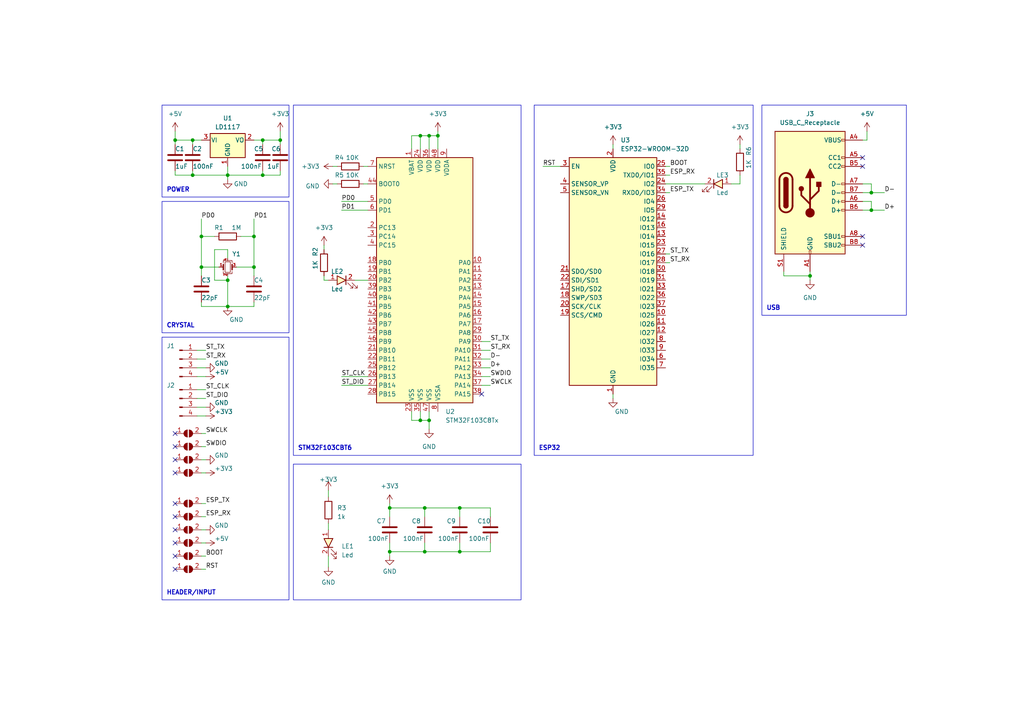
<source format=kicad_sch>
(kicad_sch (version 20230121) (generator eeschema)
  (paper "A4")
  (lib_symbols
    (symbol "Connector:Conn_01x04_Pin" (pin_names (offset 1.016) hide)
      (property "Reference" "J" (at 0 5.08 0))
      (property "Value" "Conn_01x04_Pin" (at 0 -7.62 0))
      (symbol "Conn_01x04_Pin_1_1"
        (polyline (pts (xy 1.27 -5.08) (xy 0.8636 -5.08)) (stroke (width 0.1524)))
        (polyline (pts (xy 1.27 -2.54) (xy 0.8636 -2.54)) (stroke (width 0.1524)))
        (polyline (pts (xy 1.27 0) (xy 0.8636 0)) (stroke (width 0.1524)))
        (polyline (pts (xy 1.27 2.54) (xy 0.8636 2.54)) (stroke (width 0.1524)))
        (rectangle (start 0.8636 -4.953) (end 0 -5.207) (stroke (width 0.1524)) (fill (type outline)))
        (rectangle (start 0.8636 -2.413) (end 0 -2.667) (stroke (width 0.1524)) (fill (type outline)))
        (rectangle (start 0.8636 0.127) (end 0 -0.127) (stroke (width 0.1524)) (fill (type outline)))
        (rectangle (start 0.8636 2.667) (end 0 2.413) (stroke (width 0.1524)) (fill (type outline)))
        (pin passive line (at 5.08 2.54 180) (length 3.81) (name "Pin_1") (number "1"))
        (pin passive line (at 5.08 0 180) (length 3.81) (name "Pin_2") (number "2"))
        (pin passive line (at 5.08 -2.54 180) (length 3.81) (name "Pin_3") (number "3"))
        (pin passive line (at 5.08 -5.08 180) (length 3.81) (name "Pin_4") (number "4"))
      )
    )
    (symbol "Device:C" (pin_numbers hide) (pin_names (offset 0.254))
      (property "Reference" "C" (at 0.635 2.54 0))
      (property "Value" "C" (at 0.635 -2.54 0))
      (symbol "C_0_1"
        (polyline (pts (xy -2.032 -0.762) (xy 2.032 -0.762)) (stroke (width 0.508)))
        (polyline (pts (xy -2.032 0.762) (xy 2.032 0.762)) (stroke (width 0.508)))
      )
      (symbol "C_1_1"
        (pin passive line (at 0 3.81 270) (length 2.794) (name "~") (number "1"))
        (pin passive line (at 0 -3.81 90) (length 2.794) (name "~") (number "2"))
      )
    )
    (symbol "Device:R" (pin_numbers hide) (pin_names (offset 0))
      (property "Reference" "R" (at 2.032 0 90))
      (property "Value" "R" (at 0 0 90))
      (symbol "R_0_1"
        (rectangle (start -1.016 -2.54) (end 1.016 2.54) (stroke (width 0.254)))
      )
      (symbol "R_1_1"
        (pin passive line (at 0 3.81 270) (length 1.27) (name "~") (number "1"))
        (pin passive line (at 0 -3.81 90) (length 1.27) (name "~") (number "2"))
      )
    )
    (symbol "GND_1" (power) (pin_names (offset 0))
      (property "Value" "GND_1" (at 0 -3.81 0))
      (symbol "GND_1_0_1"
        (polyline (pts (xy 0 0) (xy 0 -1.27) (xy 1.27 -1.27) (xy 0 -2.54) (xy -1.27 -1.27) (xy 0 -1.27)))
      )
      (symbol "GND_1_1_1"
        (pin power_in line (at 0 0 270) (length 0) hide (name "GND") (number "1"))
      )
    )
    (symbol "GND_3" (power) (pin_names (offset 0))
      (property "Value" "GND_3" (at 0 -3.81 0))
      (symbol "GND_3_0_1"
        (polyline (pts (xy 0 0) (xy 0 -1.27) (xy 1.27 -1.27) (xy 0 -2.54) (xy -1.27 -1.27) (xy 0 -1.27)))
      )
      (symbol "GND_3_1_1"
        (pin power_in line (at 0 0 270) (length 0) hide (name "GND") (number "1"))
      )
    )
    (symbol "IVS_SYMBOLS:Crystal_GND24_Small" (pin_names (offset 1.016) hide)
      (property "Reference" "Y" (at 1.27 4.445 0))
      (property "Value" "Crystal_GND24_Small" (at 1.27 2.54 0))
      (symbol "Crystal_GND24_Small_0_1"
        (rectangle (start -0.762 -1.524) (end 0.762 1.524))
        (polyline (pts (xy -1.27 -0.762) (xy -1.27 0.762)) (stroke (width 0.381)))
        (polyline (pts (xy 1.27 -0.762) (xy 1.27 0.762)) (stroke (width 0.381)))
        (polyline (pts (xy -1.27 -1.27) (xy -1.27 -1.905) (xy 1.27 -1.905) (xy 1.27 -1.27)))
        (polyline (pts (xy -1.27 1.27) (xy -1.27 1.905) (xy 1.27 1.905) (xy 1.27 1.27)))
      )
      (symbol "Crystal_GND24_Small_1_1"
        (pin passive line (at -2.54 0 0) (length 1.27) (name "1") (number "1"))
        (pin passive line (at 0 -2.54 90) (length 0.635) (name "2") (number "2"))
        (pin passive line (at 2.54 0 180) (length 1.27) (name "3") (number "3"))
        (pin passive line (at 0 2.54 270) (length 0.635) (name "4") (number "4"))
      )
    )
    (symbol "IVS_SYMBOLS:ESP32-WROOM-32D"
      (property "Reference" "U" (at -12.7 34.29 0))
      (property "Value" "ESP32-WROOM-32D" (at 1.27 34.29 0))
      (symbol "ESP32-WROOM-32D_0_1"
        (rectangle (start -12.7 33.02) (end 12.7 -33.02) (stroke (width 0.254)) (fill (type background)))
      )
      (symbol "ESP32-WROOM-32D_1_1"
        (pin power_in line (at 0 -35.56 90) (length 2.54) (name "GND") (number "1"))
        (pin bidirectional line (at 15.24 -12.7 180) (length 2.54) (name "IO25") (number "10"))
        (pin bidirectional line (at 15.24 -15.24 180) (length 2.54) (name "IO26") (number "11"))
        (pin bidirectional line (at 15.24 -17.78 180) (length 2.54) (name "IO27") (number "12"))
        (pin bidirectional line (at 15.24 10.16 180) (length 2.54) (name "IO14") (number "13"))
        (pin bidirectional line (at 15.24 15.24 180) (length 2.54) (name "IO12") (number "14"))
        (pin passive line (at 0 -35.56 90) (length 2.54) hide (name "GND") (number "15"))
        (pin bidirectional line (at 15.24 12.7 180) (length 2.54) (name "IO13") (number "16"))
        (pin bidirectional line (at -15.24 -5.08 0) (length 2.54) (name "SHD/SD2") (number "17"))
        (pin bidirectional line (at -15.24 -7.62 0) (length 2.54) (name "SWP/SD3") (number "18"))
        (pin bidirectional line (at -15.24 -12.7 0) (length 2.54) (name "SCS/CMD") (number "19"))
        (pin power_in line (at 0 35.56 270) (length 2.54) (name "VDD") (number "2"))
        (pin bidirectional line (at -15.24 -10.16 0) (length 2.54) (name "SCK/CLK") (number "20"))
        (pin bidirectional line (at -15.24 0 0) (length 2.54) (name "SDO/SD0") (number "21"))
        (pin bidirectional line (at -15.24 -2.54 0) (length 2.54) (name "SDI/SD1") (number "22"))
        (pin bidirectional line (at 15.24 7.62 180) (length 2.54) (name "IO15") (number "23"))
        (pin bidirectional line (at 15.24 25.4 180) (length 2.54) (name "IO2") (number "24"))
        (pin bidirectional line (at 15.24 30.48 180) (length 2.54) (name "IO0") (number "25"))
        (pin bidirectional line (at 15.24 20.32 180) (length 2.54) (name "IO4") (number "26"))
        (pin bidirectional line (at 15.24 5.08 180) (length 2.54) (name "IO16") (number "27"))
        (pin bidirectional line (at 15.24 2.54 180) (length 2.54) (name "IO17") (number "28"))
        (pin bidirectional line (at 15.24 17.78 180) (length 2.54) (name "IO5") (number "29"))
        (pin input line (at -15.24 30.48 0) (length 2.54) (name "EN") (number "3"))
        (pin bidirectional line (at 15.24 0 180) (length 2.54) (name "IO18") (number "30"))
        (pin bidirectional line (at 15.24 -2.54 180) (length 2.54) (name "IO19") (number "31"))
        (pin no_connect line (at -12.7 -27.94 0) (length 2.54) hide (name "NC") (number "32"))
        (pin bidirectional line (at 15.24 -5.08 180) (length 2.54) (name "IO21") (number "33"))
        (pin bidirectional line (at 15.24 22.86 180) (length 2.54) (name "RXD0/IO3") (number "34"))
        (pin bidirectional line (at 15.24 27.94 180) (length 2.54) (name "TXD0/IO1") (number "35"))
        (pin bidirectional line (at 15.24 -7.62 180) (length 2.54) (name "IO22") (number "36"))
        (pin bidirectional line (at 15.24 -10.16 180) (length 2.54) (name "IO23") (number "37"))
        (pin passive line (at 0 -35.56 90) (length 2.54) hide (name "GND") (number "38"))
        (pin passive line (at 0 -35.56 90) (length 2.54) hide (name "GND") (number "39"))
        (pin input line (at -15.24 25.4 0) (length 2.54) (name "SENSOR_VP") (number "4"))
        (pin input line (at -15.24 22.86 0) (length 2.54) (name "SENSOR_VN") (number "5"))
        (pin input line (at 15.24 -25.4 180) (length 2.54) (name "IO34") (number "6"))
        (pin input line (at 15.24 -27.94 180) (length 2.54) (name "IO35") (number "7"))
        (pin bidirectional line (at 15.24 -20.32 180) (length 2.54) (name "IO32") (number "8"))
        (pin bidirectional line (at 15.24 -22.86 180) (length 2.54) (name "IO33") (number "9"))
      )
    )
    (symbol "IVS_SYMBOLS:LD1117" (pin_names (offset 0.254))
      (property "Reference" "U" (at -3.81 3.175 0))
      (property "Value" "LD1117" (at 0 3.175 0))
      (symbol "LD1117_0_1"
        (rectangle (start -5.08 -5.08) (end 5.08 1.905) (stroke (width 0.254)) (fill (type background)))
      )
      (symbol "LD1117_1_1"
        (pin power_in line (at 0 -7.62 90) (length 2.54) (name "GND") (number "1"))
        (pin power_out line (at 7.62 0 180) (length 2.54) (name "VO") (number "2"))
        (pin power_in line (at -7.62 0 0) (length 2.54) (name "VI") (number "3"))
      )
    )
    (symbol "IVS_SYMBOLS:Led"
      (property "Reference" "LE" (at 0.508 -2.794 0))
      (property "Value" "Led" (at -0.254 2.794 0))
      (symbol "Led_0_1"
        (polyline (pts (xy 0 -1.27) (xy 0 1.27)) (stroke (width 0.254)))
        (polyline (pts (xy 2.54 -1.27) (xy 2.54 1.27) (xy 0 0) (xy 2.54 -1.27)) (stroke (width 0.254)) (fill (type background)))
        (polyline (pts (xy -1.778 -0.762) (xy -3.302 -2.286) (xy -2.54 -2.286) (xy -3.302 -2.286) (xy -3.302 -1.524)))
        (polyline (pts (xy -0.508 -0.762) (xy -2.032 -2.286) (xy -1.27 -2.286) (xy -2.032 -2.286) (xy -2.032 -1.524)))
      )
      (symbol "Led_1_1"
        (pin passive line (at 5.08 0 180) (length 2.54) (name "") (number "1"))
        (pin passive line (at -2.54 0 0) (length 2.54) (name "") (number "2"))
      )
    )
    (symbol "IVS_SYMBOLS:STM32F103C8Tx"
      (property "Reference" "U" (at -15.24 36.83 0))
      (property "Value" "STM32F103C8Tx" (at 7.62 36.83 0))
      (symbol "STM32F103C8Tx_0_1"
        (rectangle (start -15.24 -35.56) (end 12.7 35.56) (stroke (width 0.254)) (fill (type background)))
      )
      (symbol "STM32F103C8Tx_1_1"
        (pin power_in line (at -5.08 38.1 270) (length 2.54) (name "VBAT") (number "1"))
        (pin bidirectional line (at 15.24 5.08 180) (length 2.54) (name "PA0") (number "10"))
        (pin bidirectional line (at 15.24 2.54 180) (length 2.54) (name "PA1") (number "11"))
        (pin bidirectional line (at 15.24 0 180) (length 2.54) (name "PA2") (number "12"))
        (pin bidirectional line (at 15.24 -2.54 180) (length 2.54) (name "PA3") (number "13"))
        (pin bidirectional line (at 15.24 -5.08 180) (length 2.54) (name "PA4") (number "14"))
        (pin bidirectional line (at 15.24 -7.62 180) (length 2.54) (name "PA5") (number "15"))
        (pin bidirectional line (at 15.24 -10.16 180) (length 2.54) (name "PA6") (number "16"))
        (pin bidirectional line (at 15.24 -12.7 180) (length 2.54) (name "PA7") (number "17"))
        (pin bidirectional line (at -17.78 5.08 0) (length 2.54) (name "PB0") (number "18"))
        (pin bidirectional line (at -17.78 2.54 0) (length 2.54) (name "PB1") (number "19"))
        (pin bidirectional line (at -17.78 15.24 0) (length 2.54) (name "PC13") (number "2"))
        (pin bidirectional line (at -17.78 0 0) (length 2.54) (name "PB2") (number "20"))
        (pin bidirectional line (at -17.78 -20.32 0) (length 2.54) (name "PB10") (number "21"))
        (pin bidirectional line (at -17.78 -22.86 0) (length 2.54) (name "PB11") (number "22"))
        (pin power_in line (at -5.08 -38.1 90) (length 2.54) (name "VSS") (number "23"))
        (pin power_in line (at -2.54 38.1 270) (length 2.54) (name "VDD") (number "24"))
        (pin bidirectional line (at -17.78 -25.4 0) (length 2.54) (name "PB12") (number "25"))
        (pin bidirectional line (at -17.78 -27.94 0) (length 2.54) (name "PB13") (number "26"))
        (pin bidirectional line (at -17.78 -30.48 0) (length 2.54) (name "PB14") (number "27"))
        (pin bidirectional line (at -17.78 -33.02 0) (length 2.54) (name "PB15") (number "28"))
        (pin bidirectional line (at 15.24 -15.24 180) (length 2.54) (name "PA8") (number "29"))
        (pin bidirectional line (at -17.78 12.7 0) (length 2.54) (name "PC14") (number "3"))
        (pin bidirectional line (at 15.24 -17.78 180) (length 2.54) (name "PA9") (number "30"))
        (pin bidirectional line (at 15.24 -20.32 180) (length 2.54) (name "PA10") (number "31"))
        (pin bidirectional line (at 15.24 -22.86 180) (length 2.54) (name "PA11") (number "32"))
        (pin bidirectional line (at 15.24 -25.4 180) (length 2.54) (name "PA12") (number "33"))
        (pin bidirectional line (at 15.24 -27.94 180) (length 2.54) (name "PA13") (number "34"))
        (pin power_in line (at -2.54 -38.1 90) (length 2.54) (name "VSS") (number "35"))
        (pin power_in line (at 0 38.1 270) (length 2.54) (name "VDD") (number "36"))
        (pin bidirectional line (at 15.24 -30.48 180) (length 2.54) (name "PA14") (number "37"))
        (pin bidirectional line (at 15.24 -33.02 180) (length 2.54) (name "PA15") (number "38"))
        (pin bidirectional line (at -17.78 -2.54 0) (length 2.54) (name "PB3") (number "39"))
        (pin bidirectional line (at -17.78 10.16 0) (length 2.54) (name "PC15") (number "4"))
        (pin bidirectional line (at -17.78 -5.08 0) (length 2.54) (name "PB4") (number "40"))
        (pin bidirectional line (at -17.78 -7.62 0) (length 2.54) (name "PB5") (number "41"))
        (pin bidirectional line (at -17.78 -10.16 0) (length 2.54) (name "PB6") (number "42"))
        (pin bidirectional line (at -17.78 -12.7 0) (length 2.54) (name "PB7") (number "43"))
        (pin input line (at -17.78 27.94 0) (length 2.54) (name "BOOT0") (number "44"))
        (pin bidirectional line (at -17.78 -15.24 0) (length 2.54) (name "PB8") (number "45"))
        (pin bidirectional line (at -17.78 -17.78 0) (length 2.54) (name "PB9") (number "46"))
        (pin power_in line (at 0 -38.1 90) (length 2.54) (name "VSS") (number "47"))
        (pin power_in line (at 2.54 38.1 270) (length 2.54) (name "VDD") (number "48"))
        (pin input line (at -17.78 22.86 0) (length 2.54) (name "PD0") (number "5"))
        (pin input line (at -17.78 20.32 0) (length 2.54) (name "PD1") (number "6"))
        (pin input line (at -17.78 33.02 0) (length 2.54) (name "NRST") (number "7"))
        (pin power_in line (at 2.54 -38.1 90) (length 2.54) (name "VSSA") (number "8"))
        (pin power_in line (at 5.08 38.1 270) (length 2.54) (name "VDDA") (number "9"))
      )
    )
    (symbol "IVS_SYMBOLS:SolderJumper_2_Open" (pin_names (offset 0) hide)
      (property "Reference" "JP" (at 0 2.032 0))
      (property "Value" "SolderJumper_2_Open" (at 0 -2.54 0))
      (symbol "SolderJumper_2_Open_0_1"
        (arc (start -0.254 1.016) (mid -1.2656 0) (end -0.254 -1.016))
        (arc (start -0.254 1.016) (mid -1.2656 0) (end -0.254 -1.016) (fill (type outline)))
        (polyline (pts (xy -0.254 1.016) (xy -0.254 -1.016)))
        (polyline (pts (xy 0.254 1.016) (xy 0.254 -1.016)))
        (arc (start 0.254 -1.016) (mid 1.2656 0) (end 0.254 1.016))
        (arc (start 0.254 -1.016) (mid 1.2656 0) (end 0.254 1.016) (fill (type outline)))
      )
      (symbol "SolderJumper_2_Open_1_1"
        (pin passive line (at -3.81 0 0) (length 2.54) (name "A") (number "1"))
        (pin passive line (at 3.81 0 180) (length 2.54) (name "B") (number "2"))
      )
    )
    (symbol "IVS_SYMBOLS:USB_C_Receptacle" (pin_names (offset 1.016))
      (property "Reference" "J" (at -21.59 15.24 0))
      (property "Value" "USB_C_Receptacle" (at -12.7 10.16 0))
      (symbol "USB_C_Receptacle_0_0"
        (rectangle (start -0.254 -17.78) (end 0.254 -16.764))
        (rectangle (start 10.16 -14.986) (end 9.144 -15.494))
        (rectangle (start 10.16 -12.446) (end 9.144 -12.954))
        (rectangle (start 10.16 -4.826) (end 9.144 -5.334))
        (rectangle (start 10.16 -2.286) (end 9.144 -2.794))
        (rectangle (start 10.16 0.254) (end 9.144 -0.254))
        (rectangle (start 10.16 2.794) (end 9.144 2.286))
        (rectangle (start 10.16 7.874) (end 9.144 7.366))
        (rectangle (start 10.16 10.414) (end 9.144 9.906))
        (rectangle (start 10.16 15.494) (end 9.144 14.986))
      )
      (symbol "USB_C_Receptacle_0_1"
        (rectangle (start -10.16 17.78) (end 10.16 -17.78) (stroke (width 0.254)) (fill (type background)))
        (arc (start -8.89 -3.81) (mid -6.985 -5.7067) (end -5.08 -3.81) (stroke (width 0.508)))
        (arc (start -7.62 -3.81) (mid -6.985 -4.4423) (end -6.35 -3.81) (stroke (width 0.254)))
        (arc (start -7.62 -3.81) (mid -6.985 -4.4423) (end -6.35 -3.81) (stroke (width 0.254)) (fill (type outline)))
        (rectangle (start -7.62 -3.81) (end -6.35 3.81) (stroke (width 0.254)) (fill (type outline)))
        (arc (start -6.35 3.81) (mid -6.985 4.4423) (end -7.62 3.81) (stroke (width 0.254)))
        (arc (start -6.35 3.81) (mid -6.985 4.4423) (end -7.62 3.81) (stroke (width 0.254)) (fill (type outline)))
        (arc (start -5.08 3.81) (mid -6.985 5.7067) (end -8.89 3.81) (stroke (width 0.508)))
        (circle (center -2.54 1.143) (radius 0.635) (stroke (width 0.254)) (fill (type outline)))
        (circle (center 0 -5.842) (radius 1.27) (fill (type outline)))
        (polyline (pts (xy -8.89 -3.81) (xy -8.89 3.81)) (stroke (width 0.508)))
        (polyline (pts (xy -5.08 3.81) (xy -5.08 -3.81)) (stroke (width 0.508)))
        (polyline (pts (xy 0 -5.842) (xy 0 4.318)) (stroke (width 0.508)))
        (polyline (pts (xy 0 -3.302) (xy -2.54 -0.762) (xy -2.54 0.508)) (stroke (width 0.508)))
        (polyline (pts (xy 0 -2.032) (xy 2.54 0.508) (xy 2.54 1.778)) (stroke (width 0.508)))
        (polyline (pts (xy -1.27 4.318) (xy 0 6.858) (xy 1.27 4.318) (xy -1.27 4.318)) (stroke (width 0.254)) (fill (type outline)))
        (rectangle (start 1.905 1.778) (end 3.175 3.048) (stroke (width 0.254)) (fill (type outline)))
      )
      (symbol "USB_C_Receptacle_1_1"
        (pin passive line (at 0 -22.86 90) (length 5.08) (name "GND") (number "A1"))
        (pin passive line (at 0 -22.86 90) (length 5.08) hide (name "GND") (number "A12"))
        (pin passive line (at 15.24 15.24 180) (length 5.08) (name "VBUS") (number "A4"))
        (pin bidirectional line (at 15.24 10.16 180) (length 5.08) (name "CC1") (number "A5"))
        (pin bidirectional line (at 15.24 -2.54 180) (length 5.08) (name "D+") (number "A6"))
        (pin bidirectional line (at 15.24 2.54 180) (length 5.08) (name "D-") (number "A7"))
        (pin bidirectional line (at 15.24 -12.7 180) (length 5.08) (name "SBU1") (number "A8"))
        (pin passive line (at 15.24 15.24 180) (length 5.08) hide (name "VBUS") (number "A9"))
        (pin passive line (at 0 -22.86 90) (length 5.08) hide (name "GND") (number "B1"))
        (pin passive line (at 0 -22.86 90) (length 5.08) hide (name "GND") (number "B12"))
        (pin passive line (at 15.24 15.24 180) (length 5.08) hide (name "VBUS") (number "B4"))
        (pin bidirectional line (at 15.24 7.62 180) (length 5.08) (name "CC2") (number "B5"))
        (pin bidirectional line (at 15.24 -5.08 180) (length 5.08) (name "D+") (number "B6"))
        (pin bidirectional line (at 15.24 0 180) (length 5.08) (name "D-") (number "B7"))
        (pin bidirectional line (at 15.24 -15.24 180) (length 5.08) (name "SBU2") (number "B8"))
        (pin passive line (at 15.24 15.24 180) (length 5.08) hide (name "VBUS") (number "B9"))
        (pin passive line (at -7.62 -22.86 90) (length 5.08) (name "SHIELD") (number "S1"))
      )
    )
    (symbol "Thu_vien_kicad:C" (pin_numbers hide) (pin_names (offset 0.254))
      (property "Reference" "C" (at 0.635 2.54 0))
      (property "Value" "C" (at 0.635 -2.54 0))
      (symbol "C_0_1"
        (polyline (pts (xy -2.032 -0.762) (xy 2.032 -0.762)) (stroke (width 0.508)))
        (polyline (pts (xy -2.032 0.762) (xy 2.032 0.762)) (stroke (width 0.508)))
      )
      (symbol "C_1_1"
        (pin passive line (at 0 3.81 270) (length 2.794) (name "~") (number "1"))
        (pin passive line (at 0 -3.81 90) (length 2.794) (name "~") (number "2"))
      )
    )
    (symbol "power:+3V3" (power) (pin_names (offset 0))
      (property "Value" "+3V3" (at 0 3.556 0))
      (symbol "+3V3_0_1"
        (polyline (pts (xy -0.762 1.27) (xy 0 2.54)))
        (polyline (pts (xy 0 0) (xy 0 2.54)))
        (polyline (pts (xy 0 2.54) (xy 0.762 1.27)))
      )
      (symbol "+3V3_1_1"
        (pin power_in line (at 0 0 90) (length 0) hide (name "+3V3") (number "1"))
      )
    )
    (symbol "power:+5V" (power) (pin_names (offset 0))
      (property "Value" "+5V" (at 0 3.556 0))
      (symbol "+5V_0_1"
        (polyline (pts (xy -0.762 1.27) (xy 0 2.54)))
        (polyline (pts (xy 0 0) (xy 0 2.54)))
        (polyline (pts (xy 0 2.54) (xy 0.762 1.27)))
      )
      (symbol "+5V_1_1"
        (pin power_in line (at 0 0 90) (length 0) hide (name "+5V") (number "1"))
      )
    )
    (symbol "power:GND" (power) (pin_names (offset 0))
      (property "Value" "GND" (at 0 -3.81 0))
      (symbol "GND_0_1"
        (polyline (pts (xy 0 0) (xy 0 -1.27) (xy 1.27 -1.27) (xy 0 -2.54) (xy -1.27 -1.27) (xy 0 -1.27)))
      )
      (symbol "GND_1_1"
        (pin power_in line (at 0 0 270) (length 0) hide (name "GND") (number "1"))
      )
    )
  )
  (junction (at 55.88 40.64))
  (junction (at 66.04 81.28))
  (junction (at 76.2 50.8))
  (junction (at 124.46 121.92))
  (junction (at 127 39.37))
  (junction (at 121.92 121.92))
  (junction (at 133.35 147.32))
  (junction (at 252.73 55.88))
  (junction (at 81.28 40.64))
  (junction (at 252.73 60.96))
  (junction (at 121.92 39.37))
  (junction (at 124.46 39.37))
  (junction (at 76.2 40.64))
  (junction (at 123.19 147.32))
  (junction (at 55.88 50.8))
  (junction (at 58.42 77.47))
  (junction (at 123.19 160.02))
  (junction (at 73.66 68.58))
  (junction (at 66.04 50.8))
  (junction (at 73.66 77.47))
  (junction (at 113.03 160.02))
  (junction (at 66.04 88.9))
  (junction (at 58.42 68.58))
  (junction (at 113.03 147.32))
  (junction (at 133.35 160.02))
  (junction (at 50.8 40.64))
  (junction (at 234.95 80.01))
  (no_connect (at 50.8 161.29))
  (no_connect (at 50.8 146.05))
  (no_connect (at 50.8 157.48))
  (no_connect (at 50.8 129.54))
  (no_connect (at 50.8 149.86))
  (no_connect (at 50.8 137.16))
  (no_connect (at 50.8 165.1))
  (no_connect (at 50.8 153.67))
  (no_connect (at 250.19 48.26))
  (no_connect (at 250.19 68.58))
  (no_connect (at 139.7 114.3))
  (no_connect (at 50.8 133.35))
  (no_connect (at 50.8 125.73))
  (no_connect (at 250.19 45.72))
  (no_connect (at 250.19 71.12))
  (wire (pts (xy 58.42 146.05) (xy 59.69 146.05)))
  (wire (pts (xy 133.35 157.48) (xy 133.35 160.02)))
  (wire (pts (xy 121.92 121.92) (xy 124.46 121.92)))
  (wire (pts (xy 58.42 153.67) (xy 59.69 153.67)))
  (wire (pts (xy 93.98 81.28) (xy 95.25 81.28)))
  (wire (pts (xy 66.04 81.28) (xy 66.04 88.9)))
  (wire (pts (xy 251.46 40.64) (xy 250.19 40.64)))
  (wire (pts (xy 121.92 43.18) (xy 121.92 39.37)))
  (wire (pts (xy 81.28 50.8) (xy 76.2 50.8)))
  (wire (pts (xy 68.58 77.47) (xy 73.66 77.47)))
  (wire (pts (xy 62.23 72.39) (xy 62.23 81.28)))
  (wire (pts (xy 58.42 80.01) (xy 58.42 77.47)))
  (wire (pts (xy 250.19 58.42) (xy 252.73 58.42)))
  (wire (pts (xy 58.42 40.64) (xy 55.88 40.64)))
  (wire (pts (xy 57.15 120.65) (xy 59.69 120.65)))
  (wire (pts (xy 95.25 161.29) (xy 95.25 164.465)))
  (wire (pts (xy 193.04 55.88) (xy 194.31 55.88)))
  (wire (pts (xy 58.42 77.47) (xy 58.42 68.58)))
  (wire (pts (xy 177.8 41.91) (xy 177.8 43.18)))
  (wire (pts (xy 66.04 48.26) (xy 66.04 50.8)))
  (wire (pts (xy 139.7 101.6) (xy 142.24 101.6)))
  (wire (pts (xy 99.06 109.22) (xy 106.68 109.22)))
  (wire (pts (xy 58.42 165.1) (xy 59.69 165.1)))
  (wire (pts (xy 58.42 63.5) (xy 58.42 68.58)))
  (wire (pts (xy 73.66 77.47) (xy 73.66 68.58)))
  (wire (pts (xy 81.28 40.64) (xy 81.28 38.1)))
  (wire (pts (xy 66.04 72.39) (xy 62.23 72.39)))
  (wire (pts (xy 57.15 106.68) (xy 59.69 106.68)))
  (wire (pts (xy 66.04 50.8) (xy 66.04 52.07)))
  (wire (pts (xy 139.7 106.68) (xy 142.24 106.68)))
  (wire (pts (xy 252.73 58.42) (xy 252.73 60.96)))
  (wire (pts (xy 73.66 87.63) (xy 73.66 88.9)))
  (wire (pts (xy 81.28 40.64) (xy 76.2 40.64)))
  (wire (pts (xy 50.8 49.53) (xy 50.8 50.8)))
  (wire (pts (xy 133.35 160.02) (xy 123.19 160.02)))
  (wire (pts (xy 123.19 147.32) (xy 123.19 149.86)))
  (wire (pts (xy 58.42 129.54) (xy 59.69 129.54)))
  (wire (pts (xy 193.04 76.2) (xy 194.31 76.2)))
  (wire (pts (xy 133.35 147.32) (xy 133.35 149.86)))
  (wire (pts (xy 250.19 53.34) (xy 252.73 53.34)))
  (wire (pts (xy 73.66 63.5) (xy 73.66 68.58)))
  (wire (pts (xy 105.41 53.34) (xy 106.68 53.34)))
  (wire (pts (xy 81.28 41.91) (xy 81.28 40.64)))
  (wire (pts (xy 66.04 74.93) (xy 66.04 72.39)))
  (wire (pts (xy 127 39.37) (xy 127 43.18)))
  (wire (pts (xy 99.06 58.42) (xy 106.68 58.42)))
  (wire (pts (xy 214.63 41.91) (xy 214.63 43.18)))
  (wire (pts (xy 58.42 149.86) (xy 59.69 149.86)))
  (wire (pts (xy 139.7 104.14) (xy 142.24 104.14)))
  (wire (pts (xy 214.63 50.8) (xy 214.63 53.34)))
  (wire (pts (xy 127 38.1) (xy 127 39.37)))
  (wire (pts (xy 76.2 49.53) (xy 76.2 50.8)))
  (wire (pts (xy 142.24 149.86) (xy 142.24 147.32)))
  (wire (pts (xy 124.46 119.38) (xy 124.46 121.92)))
  (wire (pts (xy 121.92 119.38) (xy 121.92 121.92)))
  (wire (pts (xy 252.73 55.88) (xy 256.54 55.88)))
  (wire (pts (xy 57.15 118.11) (xy 59.69 118.11)))
  (wire (pts (xy 93.98 80.01) (xy 93.98 81.28)))
  (wire (pts (xy 227.33 80.01) (xy 234.95 80.01)))
  (wire (pts (xy 139.7 111.76) (xy 142.24 111.76)))
  (wire (pts (xy 119.38 43.18) (xy 119.38 39.37)))
  (wire (pts (xy 119.38 121.92) (xy 121.92 121.92)))
  (wire (pts (xy 252.73 60.96) (xy 256.54 60.96)))
  (wire (pts (xy 119.38 39.37) (xy 121.92 39.37)))
  (wire (pts (xy 177.8 114.3) (xy 177.8 115.57)))
  (wire (pts (xy 227.33 78.74) (xy 227.33 80.01)))
  (wire (pts (xy 102.87 81.28) (xy 106.68 81.28)))
  (wire (pts (xy 73.66 40.64) (xy 76.2 40.64)))
  (wire (pts (xy 193.04 50.8) (xy 194.31 50.8)))
  (wire (pts (xy 62.23 68.58) (xy 58.42 68.58)))
  (wire (pts (xy 95.25 151.765) (xy 95.25 153.67)))
  (wire (pts (xy 99.06 111.76) (xy 106.68 111.76)))
  (wire (pts (xy 139.7 109.22) (xy 142.24 109.22)))
  (wire (pts (xy 57.15 104.14) (xy 59.69 104.14)))
  (wire (pts (xy 57.15 101.6) (xy 59.69 101.6)))
  (wire (pts (xy 50.8 40.64) (xy 50.8 38.1)))
  (wire (pts (xy 96.52 53.34) (xy 97.79 53.34)))
  (wire (pts (xy 73.66 88.9) (xy 66.04 88.9)))
  (wire (pts (xy 193.04 73.66) (xy 194.31 73.66)))
  (wire (pts (xy 123.19 157.48) (xy 123.19 160.02)))
  (wire (pts (xy 123.19 147.32) (xy 113.03 147.32)))
  (wire (pts (xy 66.04 80.01) (xy 66.04 81.28)))
  (wire (pts (xy 105.41 48.26) (xy 106.68 48.26)))
  (wire (pts (xy 76.2 50.8) (xy 66.04 50.8)))
  (wire (pts (xy 57.15 115.57) (xy 59.69 115.57)))
  (wire (pts (xy 123.19 160.02) (xy 113.03 160.02)))
  (wire (pts (xy 142.24 157.48) (xy 142.24 160.02)))
  (wire (pts (xy 93.98 71.12) (xy 93.98 72.39)))
  (wire (pts (xy 50.8 50.8) (xy 55.88 50.8)))
  (wire (pts (xy 252.73 60.96) (xy 250.19 60.96)))
  (wire (pts (xy 193.04 53.34) (xy 204.47 53.34)))
  (wire (pts (xy 234.95 80.01) (xy 234.95 81.28)))
  (wire (pts (xy 55.88 49.53) (xy 55.88 50.8)))
  (wire (pts (xy 142.24 147.32) (xy 133.35 147.32)))
  (wire (pts (xy 113.03 146.05) (xy 113.03 147.32)))
  (wire (pts (xy 73.66 80.01) (xy 73.66 77.47)))
  (wire (pts (xy 113.03 160.02) (xy 113.03 161.29)))
  (wire (pts (xy 63.5 77.47) (xy 58.42 77.47)))
  (wire (pts (xy 96.52 48.26) (xy 97.79 48.26)))
  (wire (pts (xy 57.15 109.22) (xy 59.69 109.22)))
  (wire (pts (xy 121.92 39.37) (xy 124.46 39.37)))
  (wire (pts (xy 157.48 48.26) (xy 162.56 48.26)))
  (wire (pts (xy 251.46 38.1) (xy 251.46 40.64)))
  (wire (pts (xy 55.88 40.64) (xy 55.88 41.91)))
  (wire (pts (xy 58.42 133.35) (xy 59.69 133.35)))
  (wire (pts (xy 76.2 40.64) (xy 76.2 41.91)))
  (wire (pts (xy 62.23 81.28) (xy 66.04 81.28)))
  (wire (pts (xy 58.42 87.63) (xy 58.42 88.9)))
  (wire (pts (xy 58.42 157.48) (xy 59.69 157.48)))
  (wire (pts (xy 50.8 40.64) (xy 55.88 40.64)))
  (wire (pts (xy 50.8 41.91) (xy 50.8 40.64)))
  (wire (pts (xy 113.03 157.48) (xy 113.03 160.02)))
  (wire (pts (xy 234.95 78.74) (xy 234.95 80.01)))
  (wire (pts (xy 58.42 161.29) (xy 59.69 161.29)))
  (wire (pts (xy 124.46 121.92) (xy 124.46 124.46)))
  (wire (pts (xy 119.38 119.38) (xy 119.38 121.92)))
  (wire (pts (xy 95.25 142.24) (xy 95.25 144.145)))
  (wire (pts (xy 193.04 48.26) (xy 194.31 48.26)))
  (wire (pts (xy 252.73 53.34) (xy 252.73 55.88)))
  (wire (pts (xy 124.46 39.37) (xy 124.46 43.18)))
  (wire (pts (xy 139.7 99.06) (xy 142.24 99.06)))
  (wire (pts (xy 69.85 68.58) (xy 73.66 68.58)))
  (wire (pts (xy 113.03 147.32) (xy 113.03 149.86)))
  (wire (pts (xy 58.42 88.9) (xy 66.04 88.9)))
  (wire (pts (xy 142.24 160.02) (xy 133.35 160.02)))
  (wire (pts (xy 214.63 53.34) (xy 212.09 53.34)))
  (wire (pts (xy 252.73 55.88) (xy 250.19 55.88)))
  (wire (pts (xy 99.06 60.96) (xy 106.68 60.96)))
  (wire (pts (xy 58.42 125.73) (xy 59.69 125.73)))
  (wire (pts (xy 133.35 147.32) (xy 123.19 147.32)))
  (wire (pts (xy 81.28 49.53) (xy 81.28 50.8)))
  (wire (pts (xy 124.46 39.37) (xy 127 39.37)))
  (wire (pts (xy 58.42 137.16) (xy 59.69 137.16)))
  (wire (pts (xy 57.15 113.03) (xy 59.69 113.03)))
  (wire (pts (xy 55.88 50.8) (xy 66.04 50.8)))
  (rectangle (start 220.98 30.48) (end 262.89 91.44))
  (rectangle (start 154.94 30.48) (end 218.44 132.08))
  (rectangle (start 85.09 30.48) (end 151.13 132.08))
  (rectangle (start 85.09 134.62) (end 151.13 173.99))
  (rectangle (start 46.99 97.79) (end 83.82 173.99))
  (rectangle (start 46.99 58.42) (end 83.82 96.52))
  (rectangle (start 46.99 30.48) (end 83.82 57.15))
  (text "HEADER/INPUT" (at 48.26 172.72 0) (effects (font (size 1.27 1.27) (thickness 0.254) bold) (justify left bottom)))
  (text "ESP32" (at 156.21 130.81 0) (effects (font (size 1.27 1.27) bold) (justify left bottom)))
  (text "CRYSTAL" (at 48.26 95.25 0) (effects (font (size 1.27 1.27) (thickness 0.254) bold) (justify left bottom)))
  (text "POWER" (at 48.26 55.88 0) (effects (font (size 1.27 1.27) (thickness 0.254) bold) (justify left bottom)))
  (text "USB" (at 222.25 90.17 0) (effects (font (size 1.27 1.27) (thickness 0.254) bold) (justify left bottom)))
  (text "STM32F103CBT6" (at 86.36 130.81 0) (effects (font (size 1.27 1.27) (thickness 0.254) bold) (justify left bottom)))
  (label "SWCLK" (at 142.24 111.76 0))
  (label "D-" (at 142.24 104.14 0))
  (label "ESP_TX" (at 194.31 55.88 0))
  (label "ST_CLK" (at 59.69 113.03 0))
  (label "ST_DIO" (at 99.06 111.76 0))
  (label "D+" (at 256.54 60.96 0))
  (label "D-" (at 256.54 55.88 0))
  (label "ST_RX" (at 194.31 76.2 0))
  (label "RST" (at 157.48 48.26 0))
  (label "ST_TX" (at 59.69 101.6 0))
  (label "ST_TX" (at 142.24 99.06 0))
  (label "ESP_TX" (at 59.69 146.05 0))
  (label "PD1" (at 99.06 60.96 0))
  (label "SWDIO" (at 142.24 109.22 0))
  (label "ST_RX" (at 142.24 101.6 0))
  (label "D+" (at 142.24 106.68 0))
  (label "SWDIO" (at 59.69 129.54 0))
  (label "PD0" (at 58.42 63.5 0))
  (label "ST_TX" (at 194.31 73.66 0))
  (label "ESP_RX" (at 59.69 149.86 0))
  (label "ST_RX" (at 59.69 104.14 0))
  (label "ESP_RX" (at 194.31 50.8 0))
  (label "BOOT" (at 194.31 48.26 0))
  (label "RST" (at 59.69 165.1 0))
  (label "SWCLK" (at 59.69 125.73 0))
  (label "PD0" (at 99.06 58.42 0))
  (label "PD1" (at 73.66 63.5 0))
  (label "ST_CLK" (at 99.06 109.22 0))
  (label "ST_DIO" (at 59.69 115.57 0))
  (label "BOOT" (at 59.69 161.29 0))
  (symbol (lib_id "power:+3V3") (at 177.8 41.91 0) (unit 1)
    (property "Reference" "#PWR022" (effects hide))
    (property "Value" "+3V3" (at 177.8 36.83 0))
  )
  (symbol (lib_id "IVS_SYMBOLS:ESP32-WROOM-32D") (at 177.8 78.74 0) (unit 1)
    (property "Reference" "U3" (at 179.9941 40.64 0) (effects (justify left)))
    (property "Value" "ESP32-WROOM-32D" (at 179.9941 43.18 0) (effects (justify left)))
    (property "Footprint" "RF_Module:ESP32-WROOM-32" (effects hide))
    (property "Datasheet" "https://www.espressif.com/sites/default/files/documentation/esp32-wroom-32d_esp32-wroom-32u_datasheet_en.pdf" (effects hide))
  )
  (symbol (lib_id "IVS_SYMBOLS:SolderJumper_2_Open") (at 54.61 146.05 0) (unit 1)
    (property "Reference" "JP5" (effects hide))
    (property "Value" "SolderJumper_2_Open" (effects hide))
  )
  (symbol (lib_id "Connector:Conn_01x04_Pin") (at 52.07 104.14 0) (unit 1)
    (property "Reference" "J1" (at 49.53 100.33 0))
    (property "Value" "Conn_01x04_Pin" (effects hide))
  )
  (symbol (lib_id "IVS_SYMBOLS:Led") (at 100.33 81.28 0) (mirror y) (unit 1)
    (property "Reference" "LE2" (at 97.79 78.74 0))
    (property "Value" "Led" (at 97.79 83.82 0))
    (property "Footprint" "IVS_FOOTPRINTS:LED_0603" (effects hide))
  )
  (symbol (lib_id "power:+3V3") (at 127 38.1 0) (unit 1)
    (property "Reference" "#PWR021" (effects hide))
    (property "Value" "+3V3" (at 127 33.02 0))
  )
  (symbol (lib_id "power:+5V") (at 50.8 38.1 0) (unit 1)
    (property "Reference" "#PWR01" (effects hide))
    (property "Value" "+5V" (at 50.8 33.02 0))
  )
  (symbol (lib_id "Thu_vien_kicad:C") (at 123.19 153.67 0) (mirror x) (unit 1)
    (property "Reference" "C8" (at 119.38 151.13 0) (effects (justify left)))
    (property "Value" "100nF" (at 116.84 156.21 0) (effects (justify left)))
    (property "Footprint" "IVS_FOOTPRINTS:C_0603" (effects hide))
  )
  (symbol (lib_id "power:GND") (at 59.69 118.11 90) (unit 1)
    (property "Reference" "#PWR04" (effects hide))
    (property "Value" "GND" (at 62.23 116.84 90) (effects (justify right)))
  )
  (symbol (lib_id "power:GND") (at 66.04 52.07 0) (unit 1)
    (property "Reference" "#PWR010" (effects hide))
    (property "Value" "GND" (at 69.85 53.34 0))
  )
  (symbol (lib_id "power:+3V3") (at 59.69 120.65 270) (unit 1)
    (property "Reference" "#PWR05" (effects hide))
    (property "Value" "+3V3" (at 62.23 119.38 90) (effects (justify left)))
  )
  (symbol (lib_id "power:GND") (at 234.95 81.28 0) (unit 1)
    (property "Reference" "#PWR025" (effects hide))
    (property "Value" "GND" (at 234.95 86.36 0))
  )
  (symbol (lib_id "Device:C") (at 58.42 83.82 0) (unit 1)
    (property "Reference" "C3" (at 58.42 81.28 0) (effects (justify left)))
    (property "Value" "22pF" (at 58.42 86.36 0) (effects (justify left)))
    (property "Footprint" "IVS_FOOTPRINTS:C_0603" (effects hide))
  )
  (symbol (lib_id "Connector:Conn_01x04_Pin") (at 52.07 115.57 0) (unit 1)
    (property "Reference" "J2" (at 49.53 111.76 0))
    (property "Value" "Conn_01x04_Pin" (effects hide))
  )
  (symbol (lib_id "IVS_SYMBOLS:STM32F103C8Tx") (at 124.46 81.28 0) (unit 1)
    (property "Reference" "U2" (at 129.1941 119.38 0) (effects (justify left)))
    (property "Value" "STM32F103C8Tx" (at 129.1941 121.92 0) (effects (justify left)))
    (property "Footprint" "Package_QFP:LQFP-48_7x7mm_P0.5mm" (effects hide))
    (property "Datasheet" "http://www.st.com/st-web-ui/static/active/en/resource/technical/document/datasheet/CD00161566.pdf" (effects hide))
  )
  (symbol (lib_id "power:+3V3") (at 81.28 38.1 0) (unit 1)
    (property "Reference" "#PWR012" (effects hide))
    (property "Value" "+3V3" (at 81.28 33.02 0))
  )
  (symbol (lib_id "Thu_vien_kicad:C") (at 133.35 153.67 0) (mirror x) (unit 1)
    (property "Reference" "C9" (at 129.54 151.13 0) (effects (justify left)))
    (property "Value" "100nF" (at 127 156.21 0) (effects (justify left)))
    (property "Footprint" "IVS_FOOTPRINTS:C_0603" (effects hide))
  )
  (symbol (lib_id "IVS_SYMBOLS:Crystal_GND24_Small") (at 66.04 77.47 0) (unit 1)
    (property "Reference" "Y1" (at 68.58 73.66 0))
    (property "Value" "Crystal_GND24_Small" (effects hide))
    (property "Footprint" "IVS_FOOTPRINTS:Crystal-SMD-4P-5.0x3.2mm-5032" (effects hide))
  )
  (symbol (lib_id "IVS_SYMBOLS:USB_C_Receptacle") (at 234.95 55.88 0) (unit 1)
    (property "Reference" "J3" (at 234.95 33.02 0))
    (property "Value" "USB_C_Receptacle" (at 234.95 35.56 0))
    (property "Footprint" "IVS_FOOTPRINTS:USB_C_Receptacle_XKB_U262-16XN-4BVC11" (effects hide))
    (property "Datasheet" "https://www.usb.org/sites/default/files/documents/usb_type-c.zip" (effects hide))
  )
  (symbol (lib_id "power:+3V3") (at 113.03 146.05 0) (mirror y) (unit 1)
    (property "Reference" "#PWR018" (effects hide))
    (property "Value" "+3V3" (at 113.03 140.97 0))
  )
  (symbol (lib_id "Device:R") (at 101.6 53.34 90) (unit 1)
    (property "Reference" "R5" (at 98.425 50.8 90))
    (property "Value" "10K" (at 102.235 50.8 90))
    (property "Footprint" "IVS_FOOTPRINTS:R_0603" (effects hide))
  )
  (symbol (lib_id "IVS_SYMBOLS:SolderJumper_2_Open") (at 54.61 133.35 0) (unit 1)
    (property "Reference" "JP3" (effects hide))
    (property "Value" "SolderJumper_2_Open" (effects hide))
  )
  (symbol (lib_id "power:GND") (at 59.69 153.67 90) (unit 1)
    (property "Reference" "#PWR08" (effects hide))
    (property "Value" "GND" (at 62.23 152.4 90) (effects (justify right)))
  )
  (symbol (lib_id "IVS_SYMBOLS:Led") (at 207.01 53.34 0) (unit 1)
    (property "Reference" "LE3" (at 209.55 50.8 0))
    (property "Value" "Led" (at 209.55 55.88 0))
    (property "Footprint" "IVS_FOOTPRINTS:LED_0603" (effects hide))
  )
  (symbol (lib_id "Device:R") (at 66.04 68.58 90) (unit 1)
    (property "Reference" "R1" (at 63.5 66.04 90))
    (property "Value" "1M" (at 68.58 66.04 90))
    (property "Footprint" "IVS_FOOTPRINTS:R_0603" (effects hide))
  )
  (symbol (lib_id "power:+5V") (at 59.69 109.22 270) (unit 1)
    (property "Reference" "#PWR03" (effects hide))
    (property "Value" "+5V" (at 62.23 107.95 90) (effects (justify left)))
  )
  (symbol (lib_id "power:+3V3") (at 93.98 71.12 0) (mirror y) (unit 1)
    (property "Reference" "#PWR013" (effects hide))
    (property "Value" "+3V3" (at 93.98 66.04 0))
  )
  (symbol (lib_id "IVS_SYMBOLS:SolderJumper_2_Open") (at 54.61 165.1 0) (unit 1)
    (property "Reference" "JP10" (effects hide))
    (property "Value" "SolderJumper_2_Open" (effects hide))
  )
  (symbol (lib_id "IVS_SYMBOLS:SolderJumper_2_Open") (at 54.61 129.54 0) (unit 1)
    (property "Reference" "JP2" (effects hide))
    (property "Value" "SolderJumper_2_Open" (effects hide))
  )
  (symbol (lib_id "Device:R") (at 93.98 76.2 0) (mirror y) (unit 1)
    (property "Reference" "R2" (at 91.44 73.025 90))
    (property "Value" "1K" (at 91.44 76.835 90))
    (property "Footprint" "IVS_FOOTPRINTS:R_0603" (effects hide))
  )
  (symbol (lib_id "Device:R") (at 101.6 48.26 90) (unit 1)
    (property "Reference" "R4" (at 98.425 45.72 90))
    (property "Value" "10K" (at 102.235 45.72 90))
    (property "Footprint" "IVS_FOOTPRINTS:R_0603" (effects hide))
  )
  (symbol (lib_name "GND_1") (lib_id "power:GND") (at 96.52 53.34 270) (unit 1)
    (property "Reference" "#PWR017" (effects hide))
    (property "Value" "GND" (at 92.71 53.975 90) (effects (justify right)))
  )
  (symbol (lib_id "Device:R") (at 214.63 46.99 0) (unit 1)
    (property "Reference" "R6" (at 217.17 43.815 90))
    (property "Value" "1K" (at 217.17 47.625 90))
    (property "Footprint" "IVS_FOOTPRINTS:R_0603" (effects hide))
  )
  (symbol (lib_id "IVS_SYMBOLS:LD1117") (at 66.04 40.64 0) (unit 1)
    (property "Reference" "U1" (at 66.04 34.29 0))
    (property "Value" "LD1117" (at 66.04 36.83 0))
    (property "Footprint" "IVS_FOOTPRINTS:SOT233" (effects hide))
    (property "Datasheet" "https://www.rhydolabz.com/documents/LD1117.pdf" (effects hide))
  )
  (symbol (lib_id "power:+5V") (at 251.46 38.1 0) (unit 1)
    (property "Reference" "#PWR026" (effects hide))
    (property "Value" "+5V" (at 251.46 33.02 0))
  )
  (symbol (lib_name "GND_3") (lib_id "power:GND") (at 95.25 164.465 0) (unit 1)
    (property "Reference" "#PWR015" (effects hide))
    (property "Value" "GND" (at 95.25 168.91 0))
  )
  (symbol (lib_id "Device:C") (at 50.8 45.72 0) (unit 1)
    (property "Reference" "C1" (at 50.8 43.18 0) (effects (justify left)))
    (property "Value" "1uF" (at 50.8 48.26 0) (effects (justify left)))
    (property "Footprint" "IVS_FOOTPRINTS:C_0603" (effects hide))
  )
  (symbol (lib_id "Thu_vien_kicad:C") (at 142.24 153.67 0) (mirror x) (unit 1)
    (property "Reference" "C10" (at 138.43 151.13 0) (effects (justify left)))
    (property "Value" "100nF" (at 135.89 156.21 0) (effects (justify left)))
    (property "Footprint" "IVS_FOOTPRINTS:C_0603" (effects hide))
  )
  (symbol (lib_id "Thu_vien_kicad:C") (at 113.03 153.67 0) (mirror x) (unit 1)
    (property "Reference" "C7" (at 109.22 151.13 0) (effects (justify left)))
    (property "Value" "100nF" (at 106.68 156.21 0) (effects (justify left)))
    (property "Footprint" "IVS_FOOTPRINTS:C_0603" (effects hide))
  )
  (symbol (lib_id "Device:C") (at 55.88 45.72 0) (unit 1)
    (property "Reference" "C2" (at 55.88 43.18 0) (effects (justify left)))
    (property "Value" "100nF" (at 55.88 48.26 0) (effects (justify left)))
    (property "Footprint" "IVS_FOOTPRINTS:C_0603" (effects hide))
  )
  (symbol (lib_id "IVS_SYMBOLS:SolderJumper_2_Open") (at 54.61 157.48 0) (unit 1)
    (property "Reference" "JP8" (effects hide))
    (property "Value" "SolderJumper_2_Open" (effects hide))
  )
  (symbol (lib_id "power:GND") (at 177.8 115.57 0) (unit 1)
    (property "Reference" "#PWR023" (effects hide))
    (property "Value" "GND" (at 180.34 119.38 0))
  )
  (symbol (lib_id "IVS_SYMBOLS:SolderJumper_2_Open") (at 54.61 137.16 0) (unit 1)
    (property "Reference" "JP4" (effects hide))
    (property "Value" "SolderJumper_2_Open" (effects hide))
  )
  (symbol (lib_id "IVS_SYMBOLS:Led") (at 95.25 158.75 90) (unit 1)
    (property "Reference" "LE1" (at 99.06 158.4325 90) (effects (justify right)))
    (property "Value" "Led" (at 99.06 160.9725 90) (effects (justify right)))
    (property "Footprint" "IVS_FOOTPRINTS:LED_0603" (effects hide))
  )
  (symbol (lib_id "Device:C") (at 81.28 45.72 0) (unit 1)
    (property "Reference" "C6" (at 78.74 43.18 0) (effects (justify left)))
    (property "Value" "1uF" (at 77.47 48.26 0) (effects (justify left)))
    (property "Footprint" "IVS_FOOTPRINTS:C_0603" (effects hide))
  )
  (symbol (lib_id "power:+3V3") (at 214.63 41.91 0) (unit 1)
    (property "Reference" "#PWR024" (effects hide))
    (property "Value" "+3V3" (at 214.63 36.83 0))
  )
  (symbol (lib_id "power:GND") (at 124.46 124.46 0) (unit 1)
    (property "Reference" "#PWR020" (effects hide))
    (property "Value" "GND" (at 124.46 129.54 0))
  )
  (symbol (lib_id "IVS_SYMBOLS:SolderJumper_2_Open") (at 54.61 161.29 0) (unit 1)
    (property "Reference" "JP9" (effects hide))
    (property "Value" "SolderJumper_2_Open" (effects hide))
  )
  (symbol (lib_id "power:+3V3") (at 95.25 142.24 0) (unit 1)
    (property "Reference" "#PWR014" (effects hide))
    (property "Value" "+3V3" (at 95.25 139.065 0))
  )
  (symbol (lib_id "Device:C") (at 76.2 45.72 0) (unit 1)
    (property "Reference" "C5" (at 73.66 43.18 0) (effects (justify left)))
    (property "Value" "100nF" (at 69.85 48.26 0) (effects (justify left)))
    (property "Footprint" "IVS_FOOTPRINTS:C_0603" (effects hide))
  )
  (symbol (lib_id "IVS_SYMBOLS:SolderJumper_2_Open") (at 54.61 153.67 0) (unit 1)
    (property "Reference" "JP7" (effects hide))
    (property "Value" "SolderJumper_2_Open" (effects hide))
  )
  (symbol (lib_name "GND_3") (lib_id "power:GND") (at 113.03 161.29 0) (unit 1)
    (property "Reference" "#PWR019" (effects hide))
    (property "Value" "GND" (at 113.03 165.735 0))
  )
  (symbol (lib_id "IVS_SYMBOLS:SolderJumper_2_Open") (at 54.61 149.86 0) (unit 1)
    (property "Reference" "JP6" (effects hide))
    (property "Value" "SolderJumper_2_Open" (effects hide))
  )
  (symbol (lib_id "power:+3V3") (at 59.69 137.16 270) (unit 1)
    (property "Reference" "#PWR07" (effects hide))
    (property "Value" "+3V3" (at 62.23 135.89 90) (effects (justify left)))
  )
  (symbol (lib_id "power:GND") (at 66.04 88.9 0) (unit 1)
    (property "Reference" "#PWR011" (effects hide))
    (property "Value" "GND" (at 68.58 92.71 0))
  )
  (symbol (lib_id "power:+3V3") (at 96.52 48.26 90) (unit 1)
    (property "Reference" "#PWR016" (effects hide))
    (property "Value" "+3V3" (at 92.71 48.26 90) (effects (justify left)))
  )
  (symbol (lib_id "power:+5V") (at 59.69 157.48 270) (unit 1)
    (property "Reference" "#PWR09" (effects hide))
    (property "Value" "+5V" (at 62.23 156.21 90) (effects (justify left)))
  )
  (symbol (lib_id "power:GND") (at 59.69 133.35 90) (unit 1)
    (property "Reference" "#PWR06" (effects hide))
    (property "Value" "GND" (at 62.23 132.08 90) (effects (justify right)))
  )
  (symbol (lib_id "Device:C") (at 73.66 83.82 0) (unit 1)
    (property "Reference" "C4" (at 73.66 81.28 0) (effects (justify left)))
    (property "Value" "22pF" (at 73.66 86.36 0) (effects (justify left)))
    (property "Footprint" "IVS_FOOTPRINTS:C_0603" (effects hide))
  )
  (symbol (lib_id "IVS_SYMBOLS:SolderJumper_2_Open") (at 54.61 125.73 0) (unit 1)
    (property "Reference" "JP1" (effects hide))
    (property "Value" "SolderJumper_2_Open" (effects hide))
  )
  (symbol (lib_id "Device:R") (at 95.25 147.955 0) (unit 1)
    (property "Reference" "R3" (at 97.79 147.32 0) (effects (justify left)))
    (property "Value" "1k" (at 97.79 149.86 0) (effects (justify left)))
    (property "Footprint" "IVS_FOOTPRINTS:R_0603" (effects hide))
  )
  (symbol (lib_id "power:GND") (at 59.69 106.68 90) (unit 1)
    (property "Reference" "#PWR02" (effects hide))
    (property "Value" "GND" (at 62.23 105.41 90) (effects (justify right)))
  )
)
</source>
